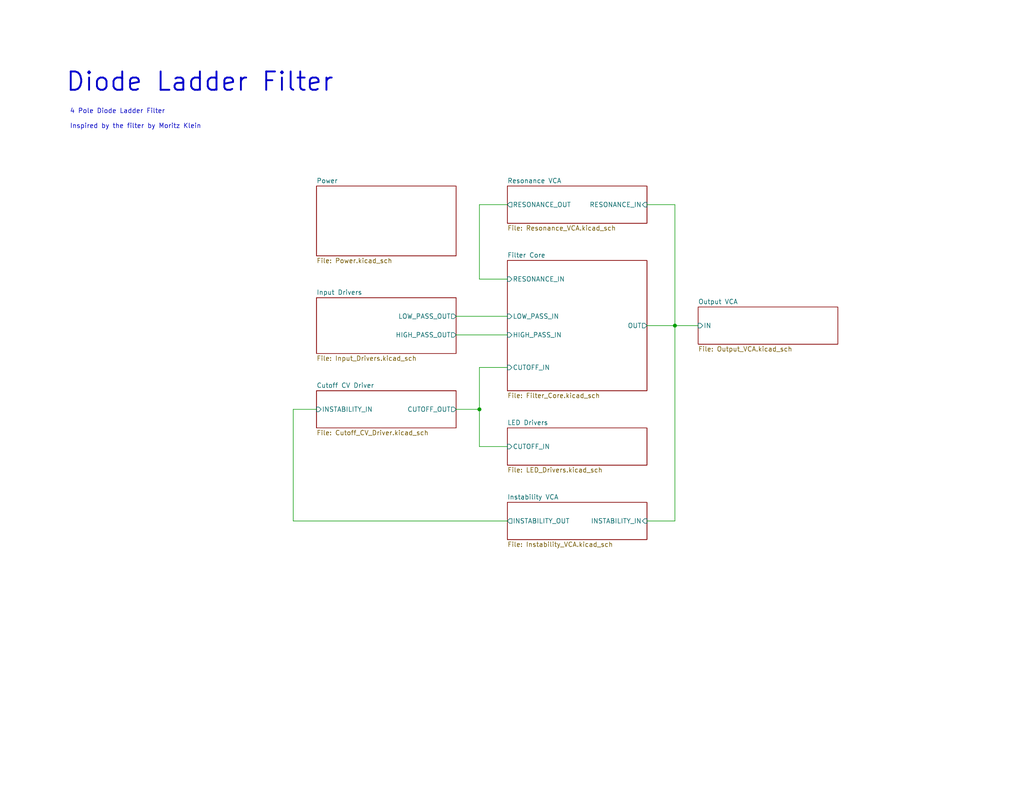
<source format=kicad_sch>
(kicad_sch (version 20230121) (generator eeschema)
  (paper "USLetter")
  (title_block (title "Diode Ladder Filter") (date "2023-06-08") (rev "v0.1") (company "Winterbloom") (comment 1 "Carson Walls") (comment 2 "LICENSE TBD") (comment 3 "TBD.wntr.dev"))
  (lib_symbols)
  (junction (at 130.81 111.76))
  (junction (at 184.15 88.9))
  (wire (pts (xy 184.15 142.24) (xy 176.53 142.24)))
  (wire (pts (xy 124.46 111.76) (xy 130.81 111.76)))
  (wire (pts (xy 130.81 111.76) (xy 130.81 100.33)))
  (wire (pts (xy 80.01 111.76) (xy 86.36 111.76)))
  (wire (pts (xy 130.81 121.92) (xy 130.81 111.76)))
  (wire (pts (xy 130.81 76.2) (xy 138.43 76.2)))
  (wire (pts (xy 80.01 142.24) (xy 80.01 111.76)))
  (wire (pts (xy 184.15 88.9) (xy 184.15 142.24)))
  (wire (pts (xy 130.81 100.33) (xy 138.43 100.33)))
  (wire (pts (xy 124.46 91.44) (xy 138.43 91.44)))
  (wire (pts (xy 138.43 142.24) (xy 80.01 142.24)))
  (wire (pts (xy 130.81 55.88) (xy 130.81 76.2)))
  (wire (pts (xy 184.15 55.88) (xy 176.53 55.88)))
  (wire (pts (xy 124.46 86.36) (xy 138.43 86.36)))
  (wire (pts (xy 184.15 88.9) (xy 190.5 88.9)))
  (wire (pts (xy 176.53 88.9) (xy 184.15 88.9)))
  (wire (pts (xy 130.81 55.88) (xy 138.43 55.88)))
  (wire (pts (xy 138.43 121.92) (xy 130.81 121.92)))
  (wire (pts (xy 184.15 55.88) (xy 184.15 88.9)))
  (text "Diode Ladder Filter" (at 17.78 25.4 0) (effects (font (size 5 5) (thickness 0.508) bold) (justify left bottom)))
  (text "4 Pole Diode Ladder Filter\n\nInspired by the filter by Moritz Klein\n\n\n" (at 19.05 39.37 0) (effects (font (size 1.27 1.27)) (justify left bottom)))
  (sheet (at 138.43 137.16) (size 38.1 10.16) (stroke (width 0.1524))
    (property "Sheetname" "Instability VCA" (at 138.43 136.4484 0) (effects (justify left bottom)))
    (property "Sheetfile" "Instability_VCA.kicad_sch" (at 138.43 147.9046 0) (effects (justify left top)))
    (pin "INSTABILITY_OUT" output (at 138.43 142.24 180))
    (pin "INSTABILITY_IN" input (at 176.53 142.24 0))
  )
  (sheet (at 86.36 106.68) (size 38.1 10.16) (stroke (width 0.1524))
    (property "Sheetname" "Cutoff CV Driver" (at 86.36 105.9684 0) (effects (justify left bottom)))
    (property "Sheetfile" "Cutoff_CV_Driver.kicad_sch" (at 86.36 117.4246 0) (effects (justify left top)))
    (pin "CUTOFF_OUT" output (at 124.46 111.76 0))
    (pin "INSTABILITY_IN" input (at 86.36 111.76 180))
  )
  (sheet (at 190.5 83.82) (size 38.1 10.16) (stroke (width 0.1524))
    (property "Sheetname" "Output VCA" (at 190.5 83.1084 0) (effects (justify left bottom)))
    (property "Sheetfile" "Output_VCA.kicad_sch" (at 190.5 94.5646 0) (effects (justify left top)))
    (pin "IN" input (at 190.5 88.9 180))
  )
  (sheet (at 86.36 50.8) (size 38.1 19.05) (stroke (width 0.1524))
    (property "Sheetname" "Power" (at 86.36 50.0884 0) (effects (justify left bottom)))
    (property "Sheetfile" "Power.kicad_sch" (at 86.36 70.4346 0) (effects (justify left top)))
  )
  (sheet (at 86.36 81.28) (size 38.1 15.24) (stroke (width 0.1524))
    (property "Sheetname" "Input Drivers" (at 86.36 80.5684 0) (effects (justify left bottom)))
    (property "Sheetfile" "Input_Drivers.kicad_sch" (at 86.36 97.1046 0) (effects (justify left top)))
    (pin "HIGH_PASS_OUT" output (at 124.46 91.44 0))
    (pin "LOW_PASS_OUT" output (at 124.46 86.36 0))
  )
  (sheet (at 138.43 71.12) (size 38.1 35.56) (stroke (width 0.1524))
    (property "Sheetname" "Filter Core" (at 138.43 70.4084 0) (effects (justify left bottom)))
    (property "Sheetfile" "Filter_Core.kicad_sch" (at 138.43 107.2646 0) (effects (justify left top)))
    (pin "CUTOFF_IN" input (at 138.43 100.33 180))
    (pin "OUT" output (at 176.53 88.9 0))
    (pin "HIGH_PASS_IN" input (at 138.43 91.44 180))
    (pin "RESONANCE_IN" input (at 138.43 76.2 180))
    (pin "LOW_PASS_IN" input (at 138.43 86.36 180))
  )
  (sheet (at 138.43 50.8) (size 38.1 10.16) (stroke (width 0.1524))
    (property "Sheetname" "Resonance VCA" (at 138.43 50.0884 0) (effects (justify left bottom)))
    (property "Sheetfile" "Resonance_VCA.kicad_sch" (at 138.43 61.5446 0) (effects (justify left top)))
    (pin "RESONANCE_OUT" output (at 138.43 55.88 180))
    (pin "RESONANCE_IN" input (at 176.53 55.88 0))
  )
  (sheet (at 138.43 116.84) (size 38.1 10.16) (stroke (width 0.1524))
    (property "Sheetname" "LED Drivers" (at 138.43 116.1284 0) (effects (justify left bottom)))
    (property "Sheetfile" "LED_Drivers.kicad_sch" (at 138.43 127.5846 0) (effects (justify left top)))
    (pin "CUTOFF_IN" input (at 138.43 121.92 180))
  )
)
</source>
